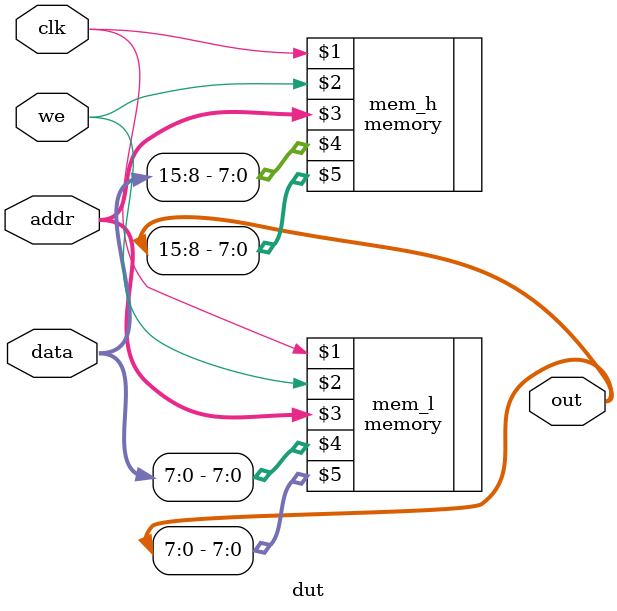
<source format=v>
module dut (
    clk, we, addr, data, out
);

    input clk, we;
    input [15:0] data;
    input [5:0] addr;
    output [15:0] out;

    //wire [7:0] out_l;
    //wire [7:0] out_h;

    //assign out = {out_h, out_l};

    memory mem_l(clk, we, addr, data[7:0], out[7:0]);
    memory mem_h(clk, we, addr, data[15:8], out[15:8]);

endmodule
</source>
